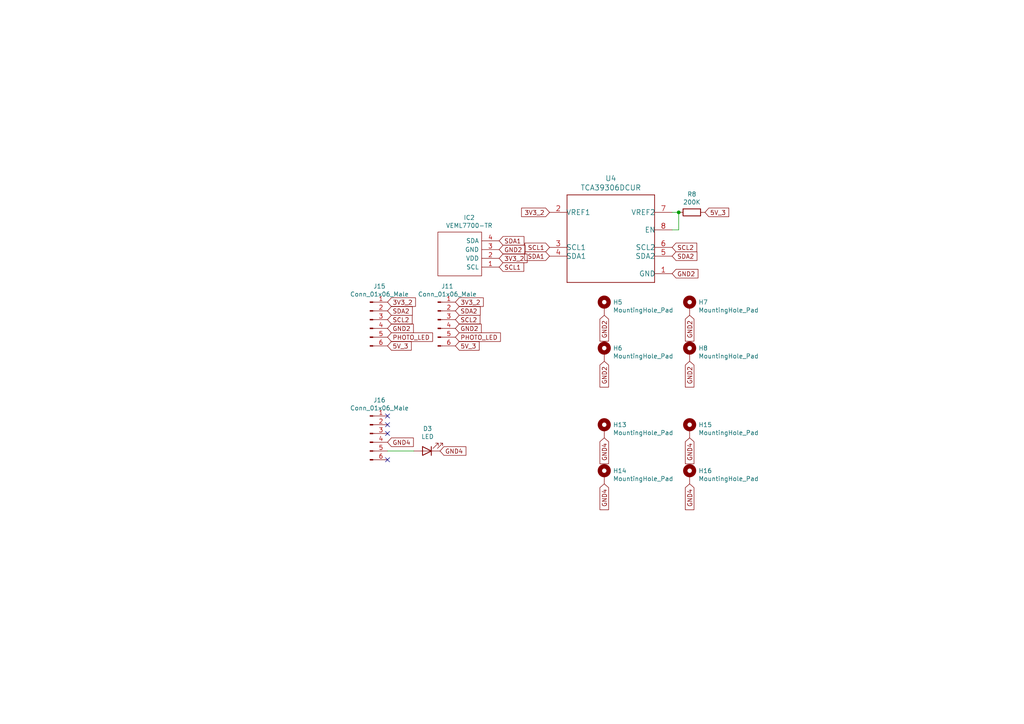
<source format=kicad_sch>
(kicad_sch (version 20211123) (generator eeschema)
  (paper "A4")
  (lib_symbols
    (symbol "2022-01-02_10-46-29:TCA39306DCUR" (pin_names (offset -0.254))
      (property "Reference" "U" (at 0 2.54 0))
      (property "Value" "TCA39306DCUR" (at 0 0 0))
      (symbol "TCA39306DCUR_1_1"
        (polyline (pts (xy 5.08 -20.32) (xy 30.48 -20.32)) (stroke (width 0.2032)))
        (polyline (pts (xy 5.08 5.08) (xy 5.08 -20.32)) (stroke (width 0.2032)))
        (polyline (pts (xy 30.48 -20.32) (xy 30.48 5.08)) (stroke (width 0.2032)))
        (polyline (pts (xy 30.48 5.08) (xy 5.08 5.08)) (stroke (width 0.2032)))
        (pin power_in line (at 35.56 -17.78 180) (length 5.08) (name "GND") (number "1"))
        (pin power_in line (at 0 0 0) (length 5.08) (name "VREF1") (number "2"))
        (pin bidirectional line (at 0 -10.16 0) (length 5.08) (name "SCL1") (number "3"))
        (pin bidirectional line (at 0 -12.7 0) (length 5.08) (name "SDA1") (number "4"))
        (pin bidirectional line (at 35.56 -12.7 180) (length 5.08) (name "SDA2") (number "5"))
        (pin bidirectional line (at 35.56 -10.16 180) (length 5.08) (name "SCL2") (number "6"))
        (pin power_in line (at 35.56 0 180) (length 5.08) (name "VREF2") (number "7"))
        (pin input line (at 35.56 -5.08 180) (length 5.08) (name "EN") (number "8"))
      )
    )
    (symbol "Connector:Conn_01x06_Male" (pin_names (offset 1.016) hide)
      (property "Reference" "J" (at 0 7.62 0))
      (property "Value" "Conn_01x06_Male" (at 0 -10.16 0))
      (symbol "Conn_01x06_Male_1_1"
        (polyline (pts (xy 1.27 -7.62) (xy 0.8636 -7.62)) (stroke (width 0.1524)))
        (polyline (pts (xy 1.27 -5.08) (xy 0.8636 -5.08)) (stroke (width 0.1524)))
        (polyline (pts (xy 1.27 -2.54) (xy 0.8636 -2.54)) (stroke (width 0.1524)))
        (polyline (pts (xy 1.27 0) (xy 0.8636 0)) (stroke (width 0.1524)))
        (polyline (pts (xy 1.27 2.54) (xy 0.8636 2.54)) (stroke (width 0.1524)))
        (polyline (pts (xy 1.27 5.08) (xy 0.8636 5.08)) (stroke (width 0.1524)))
        (rectangle (start 0.8636 -7.493) (end 0 -7.747) (stroke (width 0.1524)) (fill (type outline)))
        (rectangle (start 0.8636 -4.953) (end 0 -5.207) (stroke (width 0.1524)) (fill (type outline)))
        (rectangle (start 0.8636 -2.413) (end 0 -2.667) (stroke (width 0.1524)) (fill (type outline)))
        (rectangle (start 0.8636 0.127) (end 0 -0.127) (stroke (width 0.1524)) (fill (type outline)))
        (rectangle (start 0.8636 2.667) (end 0 2.413) (stroke (width 0.1524)) (fill (type outline)))
        (rectangle (start 0.8636 5.207) (end 0 4.953) (stroke (width 0.1524)) (fill (type outline)))
        (pin passive line (at 5.08 5.08 180) (length 3.81) (name "Pin_1") (number "1"))
        (pin passive line (at 5.08 2.54 180) (length 3.81) (name "Pin_2") (number "2"))
        (pin passive line (at 5.08 0 180) (length 3.81) (name "Pin_3") (number "3"))
        (pin passive line (at 5.08 -2.54 180) (length 3.81) (name "Pin_4") (number "4"))
        (pin passive line (at 5.08 -5.08 180) (length 3.81) (name "Pin_5") (number "5"))
        (pin passive line (at 5.08 -7.62 180) (length 3.81) (name "Pin_6") (number "6"))
      )
    )
    (symbol "Device:LED" (pin_numbers hide) (pin_names (offset 1.016) hide)
      (property "Reference" "D" (at 0 2.54 0))
      (property "Value" "LED" (at 0 -2.54 0))
      (symbol "LED_0_1"
        (polyline (pts (xy -1.27 -1.27) (xy -1.27 1.27)) (stroke (width 0.254)))
        (polyline (pts (xy -1.27 0) (xy 1.27 0)))
        (polyline (pts (xy 1.27 -1.27) (xy 1.27 1.27) (xy -1.27 0) (xy 1.27 -1.27)) (stroke (width 0.254)))
        (polyline (pts (xy -3.048 -0.762) (xy -4.572 -2.286) (xy -3.81 -2.286) (xy -4.572 -2.286) (xy -4.572 -1.524)))
        (polyline (pts (xy -1.778 -0.762) (xy -3.302 -2.286) (xy -2.54 -2.286) (xy -3.302 -2.286) (xy -3.302 -1.524)))
      )
      (symbol "LED_1_1"
        (pin passive line (at -3.81 0 0) (length 2.54) (name "K") (number "1"))
        (pin passive line (at 3.81 0 180) (length 2.54) (name "A") (number "2"))
      )
    )
    (symbol "Device:R" (pin_numbers hide) (pin_names (offset 0))
      (property "Reference" "R" (at 2.032 0 90))
      (property "Value" "R" (at 0 0 90))
      (symbol "R_0_1"
        (rectangle (start -1.016 -2.54) (end 1.016 2.54) (stroke (width 0.254)))
      )
      (symbol "R_1_1"
        (pin passive line (at 0 3.81 270) (length 1.27) (name "~") (number "1"))
        (pin passive line (at 0 -3.81 90) (length 1.27) (name "~") (number "2"))
      )
    )
    (symbol "Mechanical:MountingHole_Pad" (pin_numbers hide) (pin_names (offset 1.016) hide)
      (property "Reference" "H" (at 0 6.35 0))
      (property "Value" "MountingHole_Pad" (at 0 4.445 0))
      (symbol "MountingHole_Pad_0_1"
        (circle (center 0 1.27) (radius 1.27) (stroke (width 1.27)))
      )
      (symbol "MountingHole_Pad_1_1"
        (pin input line (at 0 -2.54 90) (length 2.54) (name "1") (number "1"))
      )
    )
    (symbol "VEML7700-TR:VEML7700-TR" (pin_names (offset 0.762))
      (property "Reference" "IC" (at 19.05 7.62 0))
      (property "Value" "VEML7700-TR" (at 19.05 5.08 0))
      (symbol "VEML7700-TR_0_0"
        (pin passive line (at 0 0 0) (length 5.08) (name "SCL") (number "1"))
        (pin power_in line (at 0 -2.54 0) (length 5.08) (name "VDD") (number "2"))
        (pin power_in line (at 0 -5.08 0) (length 5.08) (name "GND") (number "3"))
        (pin passive line (at 0 -7.62 0) (length 5.08) (name "SDA") (number "4"))
      )
      (symbol "VEML7700-TR_0_1"
        (polyline (pts (xy 5.08 2.54) (xy 17.78 2.54) (xy 17.78 -10.16) (xy 5.08 -10.16) (xy 5.08 2.54)) (stroke (width 0.1524)))
      )
    )
  )
  (junction (at 196.85 61.595))
  (no_connect (at 112.395 120.65))
  (no_connect (at 112.395 123.19))
  (no_connect (at 112.395 125.73))
  (no_connect (at 112.395 133.35))
  (wire (pts (xy 112.395 130.81) (xy 120.015 130.81)))
  (wire (pts (xy 196.85 61.595) (xy 194.945 61.595)))
  (wire (pts (xy 196.85 61.595) (xy 196.85 66.675)))
  (wire (pts (xy 196.85 66.675) (xy 194.945 66.675)))
  (global_label "5V_3" (shape input) (at 204.47 61.595 0) (property "Intersheet References" "${INTERSHEET_REFS}" (effects hide)))
  (global_label "GND2" (shape input) (at 194.945 79.375 0) (property "Intersheet References" "${INTERSHEET_REFS}" (effects hide)))
  (global_label "PHOTO_LED" (shape input) (at 112.395 97.79 0) (property "Intersheet References" "${INTERSHEET_REFS}" (effects hide)))
  (global_label "GND2" (shape input) (at 175.26 91.44 270) (property "Intersheet References" "${INTERSHEET_REFS}" (effects hide)))
  (global_label "GND4" (shape input) (at 200.025 140.335 270) (property "Intersheet References" "${INTERSHEET_REFS}" (effects hide)))
  (global_label "GND2" (shape input) (at 200.025 104.775 270) (property "Intersheet References" "${INTERSHEET_REFS}" (effects hide)))
  (global_label "GND4" (shape input) (at 175.26 140.335 270) (property "Intersheet References" "${INTERSHEET_REFS}" (effects hide)))
  (global_label "SDA2" (shape input) (at 112.395 90.17 0) (property "Intersheet References" "${INTERSHEET_REFS}" (effects hide)))
  (global_label "GND4" (shape input) (at 200.025 127 270) (property "Intersheet References" "${INTERSHEET_REFS}" (effects hide)))
  (global_label "3V3_2" (shape input) (at 144.78 74.93 0) (property "Intersheet References" "${INTERSHEET_REFS}" (effects hide)))
  (global_label "PHOTO_LED" (shape input) (at 132.08 97.79 0) (property "Intersheet References" "${INTERSHEET_REFS}" (effects hide)))
  (global_label "GND2" (shape input) (at 144.78 72.39 0) (property "Intersheet References" "${INTERSHEET_REFS}" (effects hide)))
  (global_label "GND4" (shape input) (at 175.26 127 270) (property "Intersheet References" "${INTERSHEET_REFS}" (effects hide)))
  (global_label "SDA1" (shape input) (at 159.385 74.295 180) (property "Intersheet References" "${INTERSHEET_REFS}" (effects hide)))
  (global_label "SDA2" (shape input) (at 194.945 74.295 0) (property "Intersheet References" "${INTERSHEET_REFS}" (effects hide)))
  (global_label "GND2" (shape input) (at 112.395 95.25 0) (property "Intersheet References" "${INTERSHEET_REFS}" (effects hide)))
  (global_label "SCL2" (shape input) (at 112.395 92.71 0) (property "Intersheet References" "${INTERSHEET_REFS}" (effects hide)))
  (global_label "5V_3" (shape input) (at 132.08 100.33 0) (property "Intersheet References" "${INTERSHEET_REFS}" (effects hide)))
  (global_label "SCL2" (shape input) (at 194.945 71.755 0) (property "Intersheet References" "${INTERSHEET_REFS}" (effects hide)))
  (global_label "SCL1" (shape input) (at 144.78 77.47 0) (property "Intersheet References" "${INTERSHEET_REFS}" (effects hide)))
  (global_label "3V3_2" (shape input) (at 159.385 61.595 180) (property "Intersheet References" "${INTERSHEET_REFS}" (effects hide)))
  (global_label "SCL1" (shape input) (at 159.385 71.755 180) (property "Intersheet References" "${INTERSHEET_REFS}" (effects hide)))
  (global_label "GND2" (shape input) (at 132.08 95.25 0) (property "Intersheet References" "${INTERSHEET_REFS}" (effects hide)))
  (global_label "GND2" (shape input) (at 200.025 91.44 270) (property "Intersheet References" "${INTERSHEET_REFS}" (effects hide)))
  (global_label "3V3_2" (shape input) (at 112.395 87.63 0) (property "Intersheet References" "${INTERSHEET_REFS}" (effects hide)))
  (global_label "SDA2" (shape input) (at 132.08 90.17 0) (property "Intersheet References" "${INTERSHEET_REFS}" (effects hide)))
  (global_label "SDA1" (shape input) (at 144.78 69.85 0) (property "Intersheet References" "${INTERSHEET_REFS}" (effects hide)))
  (global_label "5V_3" (shape input) (at 112.395 100.33 0) (property "Intersheet References" "${INTERSHEET_REFS}" (effects hide)))
  (global_label "3V3_2" (shape input) (at 132.08 87.63 0) (property "Intersheet References" "${INTERSHEET_REFS}" (effects hide)))
  (global_label "GND4" (shape input) (at 112.395 128.27 0) (property "Intersheet References" "${INTERSHEET_REFS}" (effects hide)))
  (global_label "SCL2" (shape input) (at 132.08 92.71 0) (property "Intersheet References" "${INTERSHEET_REFS}" (effects hide)))
  (global_label "GND4" (shape input) (at 127.635 130.81 0) (property "Intersheet References" "${INTERSHEET_REFS}" (effects hide)))
  (global_label "GND2" (shape input) (at 175.26 104.775 270) (property "Intersheet References" "${INTERSHEET_REFS}" (effects hide)))
  (symbol (lib_id "Connector:Conn_01x06_Male") (at 107.315 125.73 0) (unit 1)
    (property "Reference" "J16" (at 110.0582 116.0526 0))
    (property "Value" "Conn_01x06_Male" (at 110.0582 118.364 0))
    (property "Footprint" "Connector_Molex:Molex_KK-254_AE-6410-06A_1x06_P2.54mm_Vertical" (effects hide))
  )
  (symbol (lib_id "Connector:Conn_01x06_Male") (at 107.315 92.71 0) (unit 1)
    (property "Reference" "J15" (at 110.0582 83.0326 0))
    (property "Value" "Conn_01x06_Male" (at 110.0582 85.344 0))
    (property "Footprint" "Connector_Molex:Molex_KK-254_AE-6410-06A_1x06_P2.54mm_Vertical" (effects hide))
  )
  (symbol (lib_id "Mechanical:MountingHole_Pad") (at 175.26 124.46 0) (unit 1)
    (property "Reference" "H13" (at 177.8 123.2154 0) (effects (justify left)))
    (property "Value" "MountingHole_Pad" (at 177.8 125.5268 0) (effects (justify left)))
    (property "Footprint" "MountingHole:MountingHole_3.2mm_M3_DIN965_Pad" (effects hide))
  )
  (symbol (lib_id "Mechanical:MountingHole_Pad") (at 200.025 137.795 0) (unit 1)
    (property "Reference" "H16" (at 202.565 136.5504 0) (effects (justify left)))
    (property "Value" "MountingHole_Pad" (at 202.565 138.8618 0) (effects (justify left)))
    (property "Footprint" "MountingHole:MountingHole_3.2mm_M3_DIN965_Pad" (effects hide))
  )
  (symbol (lib_id "Mechanical:MountingHole_Pad") (at 200.025 124.46 0) (unit 1)
    (property "Reference" "H15" (at 202.565 123.2154 0) (effects (justify left)))
    (property "Value" "MountingHole_Pad" (at 202.565 125.5268 0) (effects (justify left)))
    (property "Footprint" "MountingHole:MountingHole_3.2mm_M3_DIN965_Pad" (effects hide))
  )
  (symbol (lib_id "Mechanical:MountingHole_Pad") (at 175.26 137.795 0) (unit 1)
    (property "Reference" "H14" (at 177.8 136.5504 0) (effects (justify left)))
    (property "Value" "MountingHole_Pad" (at 177.8 138.8618 0) (effects (justify left)))
    (property "Footprint" "MountingHole:MountingHole_3.2mm_M3_DIN965_Pad" (effects hide))
  )
  (symbol (lib_id "VEML7700-TR:VEML7700-TR") (at 144.78 77.47 180) (unit 1)
    (property "Reference" "IC2" (at 136.0932 63.119 0))
    (property "Value" "VEML7700-TR" (at 136.0932 65.4304 0))
    (property "Footprint" "VEML7700-TR:VEML7700" (effects hide))
    (property "Datasheet" "http://www.vishay.com/docs/84286/veml7700.pdf" (effects hide))
    (property "Description" "High Accuracy Ambient Light Sensor with I2C Interface" (effects hide))
    (property "Manufacturer_Name" "Vishay" (effects hide))
    (property "Manufacturer_Part_Number" "VEML7700-TR" (effects hide))
    (property "Mouser Part Number" "78-VEML7700-TR" (effects hide))
    (property "Mouser Price/Stock" "https://www.mouser.co.uk/ProductDetail/Vishay-Semiconductors/VEML7700-TR?qs=BcfjnG7NVaWcZHs8m27pyQ%3D%3D" (effects hide))
    (property "Arrow Part Number" "VEML7700-TR" (effects hide))
    (property "Arrow Price/Stock" "https://www.arrow.com/en/products/veml7700-tr/vishay" (effects hide))
  )
  (symbol (lib_id "Device:LED") (at 123.825 130.81 180) (unit 1)
    (property "Reference" "D3" (at 124.0028 124.333 0))
    (property "Value" "LED" (at 124.0028 126.6444 0))
    (property "Footprint" "LED_THT:LED_D5.0mm" (effects hide))
  )
  (symbol (lib_id "Connector:Conn_01x06_Male") (at 127 92.71 0) (unit 1)
    (property "Reference" "J11" (at 129.7432 83.0326 0))
    (property "Value" "Conn_01x06_Male" (at 129.7432 85.344 0))
    (property "Footprint" "Connector_Molex:Molex_KK-254_AE-6410-06A_1x06_P2.54mm_Vertical" (effects hide))
  )
  (symbol (lib_id "Device:R") (at 200.66 61.595 270) (unit 1)
    (property "Reference" "R8" (at 200.66 56.3372 90))
    (property "Value" "200K" (at 200.66 58.6486 90))
    (property "Footprint" "Resistor_SMD:R_0805_2012Metric_Pad1.20x1.40mm_HandSolder" (effects hide))
  )
  (symbol (lib_id "Mechanical:MountingHole_Pad") (at 175.26 88.9 0) (unit 1)
    (property "Reference" "H5" (at 177.8 87.6554 0) (effects (justify left)))
    (property "Value" "MountingHole_Pad" (at 177.8 89.9668 0) (effects (justify left)))
    (property "Footprint" "MountingHole:MountingHole_3.2mm_M3_DIN965_Pad" (effects hide))
  )
  (symbol (lib_id "Mechanical:MountingHole_Pad") (at 175.26 102.235 0) (unit 1)
    (property "Reference" "H6" (at 177.8 100.9904 0) (effects (justify left)))
    (property "Value" "MountingHole_Pad" (at 177.8 103.3018 0) (effects (justify left)))
    (property "Footprint" "MountingHole:MountingHole_3.2mm_M3_DIN965_Pad" (effects hide))
  )
  (symbol (lib_id "Mechanical:MountingHole_Pad") (at 200.025 102.235 0) (unit 1)
    (property "Reference" "H8" (at 202.565 100.9904 0) (effects (justify left)))
    (property "Value" "MountingHole_Pad" (at 202.565 103.3018 0) (effects (justify left)))
    (property "Footprint" "MountingHole:MountingHole_3.2mm_M3_DIN965_Pad" (effects hide))
  )
  (symbol (lib_id "Mechanical:MountingHole_Pad") (at 200.025 88.9 0) (unit 1)
    (property "Reference" "H7" (at 202.565 87.6554 0) (effects (justify left)))
    (property "Value" "MountingHole_Pad" (at 202.565 89.9668 0) (effects (justify left)))
    (property "Footprint" "MountingHole:MountingHole_3.2mm_M3_DIN965_Pad" (effects hide))
  )
  (symbol (lib_id "2022-01-02_10-46-29:TCA39306DCUR") (at 159.385 61.595 0) (unit 1)
    (property "Reference" "U4" (at 177.165 51.7398 0) (effects (font (size 1.524 1.524))))
    (property "Value" "TCA39306DCUR" (at 177.165 54.4322 0) (effects (font (size 1.524 1.524))))
    (property "Footprint" "TCA39306DCUR:TCA39306DCUR" (effects hide))
  )
)
</source>
